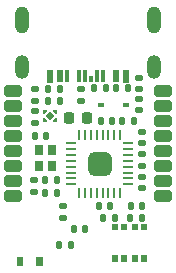
<source format=gbr>
%TF.GenerationSoftware,KiCad,Pcbnew,7.0.6*%
%TF.CreationDate,2023-09-20T23:26:58+02:00*%
%TF.ProjectId,epi_ESP32 (2023_01_16 13_30_41 UTC),6570695f-4553-4503-9332-202832303233,1_1*%
%TF.SameCoordinates,Original*%
%TF.FileFunction,Soldermask,Top*%
%TF.FilePolarity,Negative*%
%FSLAX46Y46*%
G04 Gerber Fmt 4.6, Leading zero omitted, Abs format (unit mm)*
G04 Created by KiCad (PCBNEW 7.0.6) date 2023-09-20 23:26:58*
%MOMM*%
%LPD*%
G01*
G04 APERTURE LIST*
G04 Aperture macros list*
%AMRoundRect*
0 Rectangle with rounded corners*
0 $1 Rounding radius*
0 $2 $3 $4 $5 $6 $7 $8 $9 X,Y pos of 4 corners*
0 Add a 4 corners polygon primitive as box body*
4,1,4,$2,$3,$4,$5,$6,$7,$8,$9,$2,$3,0*
0 Add four circle primitives for the rounded corners*
1,1,$1+$1,$2,$3*
1,1,$1+$1,$4,$5*
1,1,$1+$1,$6,$7*
1,1,$1+$1,$8,$9*
0 Add four rect primitives between the rounded corners*
20,1,$1+$1,$2,$3,$4,$5,0*
20,1,$1+$1,$4,$5,$6,$7,0*
20,1,$1+$1,$6,$7,$8,$9,0*
20,1,$1+$1,$8,$9,$2,$3,0*%
%AMRotRect*
0 Rectangle, with rotation*
0 The origin of the aperture is its center*
0 $1 length*
0 $2 width*
0 $3 Rotation angle, in degrees counterclockwise*
0 Add horizontal line*
21,1,$1,$2,0,0,$3*%
%AMFreePoly0*
4,1,6,0.130000,-0.275000,0.020000,-0.275000,-0.130000,-0.115000,-0.130000,0.115000,0.130000,0.115000,0.130000,-0.275000,0.130000,-0.275000,$1*%
%AMFreePoly1*
4,1,6,0.130000,-0.115000,-0.020000,-0.275000,-0.130000,-0.275000,-0.130000,0.115000,0.130000,0.115000,0.130000,-0.115000,0.130000,-0.115000,$1*%
G04 Aperture macros list end*
%ADD10R,0.800000X0.900000*%
%ADD11FreePoly0,270.000000*%
%ADD12FreePoly1,270.000000*%
%ADD13FreePoly0,90.000000*%
%ADD14FreePoly1,90.000000*%
%ADD15RotRect,0.520000X0.520000X135.000000*%
%ADD16RoundRect,0.062500X0.062500X-0.375000X0.062500X0.375000X-0.062500X0.375000X-0.062500X-0.375000X0*%
%ADD17RoundRect,0.062500X0.375000X-0.062500X0.375000X0.062500X-0.375000X0.062500X-0.375000X-0.062500X0*%
%ADD18RoundRect,0.500000X0.500000X-0.500000X0.500000X0.500000X-0.500000X0.500000X-0.500000X-0.500000X0*%
%ADD19RoundRect,0.140000X-0.170000X0.140000X-0.170000X-0.140000X0.170000X-0.140000X0.170000X0.140000X0*%
%ADD20RoundRect,0.135000X-0.135000X-0.185000X0.135000X-0.185000X0.135000X0.185000X-0.135000X0.185000X0*%
%ADD21RoundRect,0.135000X0.135000X0.185000X-0.135000X0.185000X-0.135000X-0.185000X0.135000X-0.185000X0*%
%ADD22RoundRect,0.140000X0.140000X0.170000X-0.140000X0.170000X-0.140000X-0.170000X0.140000X-0.170000X0*%
%ADD23RoundRect,0.140000X0.170000X-0.140000X0.170000X0.140000X-0.170000X0.140000X-0.170000X-0.140000X0*%
%ADD24RoundRect,0.147500X-0.147500X-0.172500X0.147500X-0.172500X0.147500X0.172500X-0.147500X0.172500X0*%
%ADD25R,0.615500X1.000000*%
%ADD26R,0.307750X1.000000*%
%ADD27R,0.307750X0.500000*%
%ADD28R,0.307750X1.000860*%
%ADD29R,0.607750X0.300000*%
%ADD30O,1.200000X2.000000*%
%ADD31O,1.200000X2.300000*%
%ADD32RoundRect,0.135000X0.185000X-0.135000X0.185000X0.135000X-0.185000X0.135000X-0.185000X-0.135000X0*%
%ADD33RoundRect,0.225000X0.225000X0.250000X-0.225000X0.250000X-0.225000X-0.250000X0.225000X-0.250000X0*%
%ADD34RoundRect,0.135000X-0.185000X0.135000X-0.185000X-0.135000X0.185000X-0.135000X0.185000X0.135000X0*%
%ADD35RoundRect,0.140000X-0.140000X-0.170000X0.140000X-0.170000X0.140000X0.170000X-0.140000X0.170000X0*%
%ADD36RoundRect,0.147500X-0.172500X0.147500X-0.172500X-0.147500X0.172500X-0.147500X0.172500X0.147500X0*%
%ADD37R,0.600000X0.450000*%
%ADD38RoundRect,0.250000X-0.500000X-0.250000X0.500000X-0.250000X0.500000X0.250000X-0.500000X0.250000X0*%
G04 APERTURE END LIST*
%TO.C,SW2*%
G36*
X107550000Y-68400000D02*
G01*
X107000000Y-68400000D01*
X107000000Y-68950000D01*
X107550000Y-68950000D01*
X107550000Y-68400000D01*
G37*
G36*
X106800000Y-68400000D02*
G01*
X106250000Y-68400000D01*
X106250000Y-68950000D01*
X106800000Y-68950000D01*
X106800000Y-68400000D01*
G37*
G36*
X107550000Y-71050000D02*
G01*
X107000000Y-71050000D01*
X107000000Y-71600000D01*
X107550000Y-71600000D01*
X107550000Y-71050000D01*
G37*
G36*
X106800000Y-71050000D02*
G01*
X106250000Y-71050000D01*
X106250000Y-71600000D01*
X106800000Y-71600000D01*
X106800000Y-71050000D01*
G37*
%TO.C,SW1*%
G36*
X109250000Y-68400000D02*
G01*
X108700000Y-68400000D01*
X108700000Y-68950000D01*
X109250000Y-68950000D01*
X109250000Y-68400000D01*
G37*
G36*
X108500000Y-68400000D02*
G01*
X107950000Y-68400000D01*
X107950000Y-68950000D01*
X108500000Y-68950000D01*
X108500000Y-68400000D01*
G37*
G36*
X109250000Y-71050000D02*
G01*
X108700000Y-71050000D01*
X108700000Y-71600000D01*
X109250000Y-71600000D01*
X109250000Y-71050000D01*
G37*
G36*
X108500000Y-71050000D02*
G01*
X107950000Y-71050000D01*
X107950000Y-71600000D01*
X108500000Y-71600000D01*
X108500000Y-71050000D01*
G37*
%TO.C,AE1*%
G36*
X100420036Y-72000000D02*
G01*
X99870036Y-72000000D01*
X99870036Y-71200000D01*
X100420036Y-71200000D01*
X100420036Y-72000000D01*
G37*
G36*
X98770036Y-72000000D02*
G01*
X98220036Y-72000000D01*
X98220036Y-71200000D01*
X98770036Y-71200000D01*
X98770036Y-72000000D01*
G37*
%TD*%
D10*
%TO.C,Y1*%
X101170036Y-63500000D03*
X101170036Y-62100000D03*
X100070036Y-62100000D03*
X100070036Y-63500000D03*
%TD*%
D11*
%TO.C,U3*%
X101520036Y-59600000D03*
D12*
X101520036Y-58950000D03*
D13*
X100550036Y-58950000D03*
D14*
X100550036Y-59600000D03*
D15*
X101035036Y-59275000D03*
%TD*%
D16*
%TO.C,U1*%
X103470036Y-65737500D03*
X103970036Y-65737500D03*
X104470036Y-65737500D03*
X104970036Y-65737500D03*
X105470036Y-65737500D03*
X105970036Y-65737500D03*
X106470036Y-65737500D03*
X106970036Y-65737500D03*
D17*
X107657536Y-65050000D03*
X107657536Y-64550000D03*
X107657536Y-64050000D03*
X107657536Y-63550000D03*
X107657536Y-63050000D03*
X107657536Y-62550000D03*
X107657536Y-62050000D03*
X107657536Y-61550000D03*
D16*
X106970036Y-60862500D03*
X106470036Y-60862500D03*
X105970036Y-60862500D03*
X105470036Y-60862500D03*
X104970036Y-60862500D03*
X104470036Y-60862500D03*
X103970036Y-60862500D03*
X103470036Y-60862500D03*
D17*
X102782536Y-61550000D03*
X102782536Y-62050000D03*
X102782536Y-62550000D03*
X102782536Y-63050000D03*
X102782536Y-63550000D03*
X102782536Y-64050000D03*
X102782536Y-64550000D03*
X102782536Y-65050000D03*
D18*
X105220036Y-63300000D03*
%TD*%
D19*
%TO.C,C13*%
X108820036Y-60620000D03*
X108820036Y-61580000D03*
%TD*%
D20*
%TO.C,RV2*%
X100810036Y-58000000D03*
X101830036Y-58000000D03*
%TD*%
D21*
%TO.C,R5*%
X105780036Y-56900000D03*
X104760036Y-56900000D03*
%TD*%
D22*
%TO.C,C2*%
X108100036Y-59700000D03*
X107140036Y-59700000D03*
%TD*%
D23*
%TO.C,C7*%
X108820036Y-65380000D03*
X108820036Y-64420000D03*
%TD*%
D20*
%TO.C,RV1*%
X106610036Y-56900000D03*
X107630036Y-56900000D03*
%TD*%
D23*
%TO.C,C4*%
X99700000Y-65660000D03*
X99700000Y-64700000D03*
%TD*%
D21*
%TO.C,L1*%
X102830036Y-70170000D03*
X101810036Y-70170000D03*
%TD*%
D19*
%TO.C,C1*%
X102095036Y-66895000D03*
X102095036Y-67855000D03*
%TD*%
D24*
%TO.C,FB2*%
X100635036Y-65800000D03*
X101605036Y-65800000D03*
%TD*%
D22*
%TO.C,C11*%
X108800036Y-66900000D03*
X107840036Y-66900000D03*
%TD*%
D25*
%TO.C,J3*%
X107440000Y-55855000D03*
X101040000Y-55855000D03*
X106640000Y-55855000D03*
D26*
X105490923Y-55855000D03*
D27*
X104489970Y-56105000D03*
D28*
X103991169Y-55855430D03*
D25*
X101840000Y-55860000D03*
D26*
X102487811Y-55860000D03*
X103490692Y-55855860D03*
X104990447Y-55855000D03*
D29*
X107440000Y-56255000D03*
X101040000Y-56255000D03*
D30*
X109840000Y-55105000D03*
D31*
X109840000Y-51105000D03*
D30*
X98640000Y-55105000D03*
D31*
X98640000Y-51105000D03*
%TD*%
D32*
%TO.C,R1*%
X108820036Y-63510000D03*
X108820036Y-62490000D03*
%TD*%
D33*
%TO.C,C14*%
X104195036Y-59400000D03*
X102645036Y-59400000D03*
%TD*%
D21*
%TO.C,R4*%
X101830036Y-57000000D03*
X100810036Y-57000000D03*
%TD*%
D22*
%TO.C,C3*%
X100700036Y-60925000D03*
X99740036Y-60925000D03*
%TD*%
%TO.C,C8*%
X106500036Y-67900000D03*
X105540036Y-67900000D03*
%TD*%
D21*
%TO.C,R6*%
X108830036Y-67900000D03*
X107810036Y-67900000D03*
%TD*%
D34*
%TO.C,R8*%
X99720036Y-56990000D03*
X99720036Y-58010000D03*
%TD*%
D35*
%TO.C,C6*%
X103040036Y-68800000D03*
X104000036Y-68800000D03*
%TD*%
D36*
%TO.C,F1*%
X108520036Y-57815000D03*
X108520036Y-58785000D03*
%TD*%
%TO.C,FB1*%
X108520036Y-56003500D03*
X108520036Y-56973500D03*
%TD*%
D37*
%TO.C,D1*%
X105370036Y-58297500D03*
X107470036Y-58297500D03*
%TD*%
D38*
%TO.C,J2*%
X110592518Y-57150000D03*
X110592518Y-58420000D03*
X110592518Y-59690000D03*
X110592518Y-60960000D03*
X110592518Y-62230000D03*
X110592518Y-63500000D03*
X110592518Y-64770000D03*
X110592518Y-66040000D03*
%TD*%
D32*
%TO.C,RV3*%
X103620036Y-58010000D03*
X103620036Y-56990000D03*
%TD*%
D20*
%TO.C,L2*%
X100610036Y-64700000D03*
X101630036Y-64700000D03*
%TD*%
D22*
%TO.C,C5*%
X106100036Y-66900000D03*
X105140036Y-66900000D03*
%TD*%
D23*
%TO.C,C9*%
X99720036Y-59830000D03*
X99720036Y-58870000D03*
%TD*%
D22*
%TO.C,C12*%
X106300036Y-59700000D03*
X105340036Y-59700000D03*
%TD*%
D38*
%TO.C,J1*%
X97892518Y-57150000D03*
X97892518Y-58420000D03*
X97892518Y-59690000D03*
X97892518Y-60960000D03*
X97892518Y-62230000D03*
X97892518Y-63500000D03*
X97892518Y-64770000D03*
X97892518Y-66040000D03*
%TD*%
M02*

</source>
